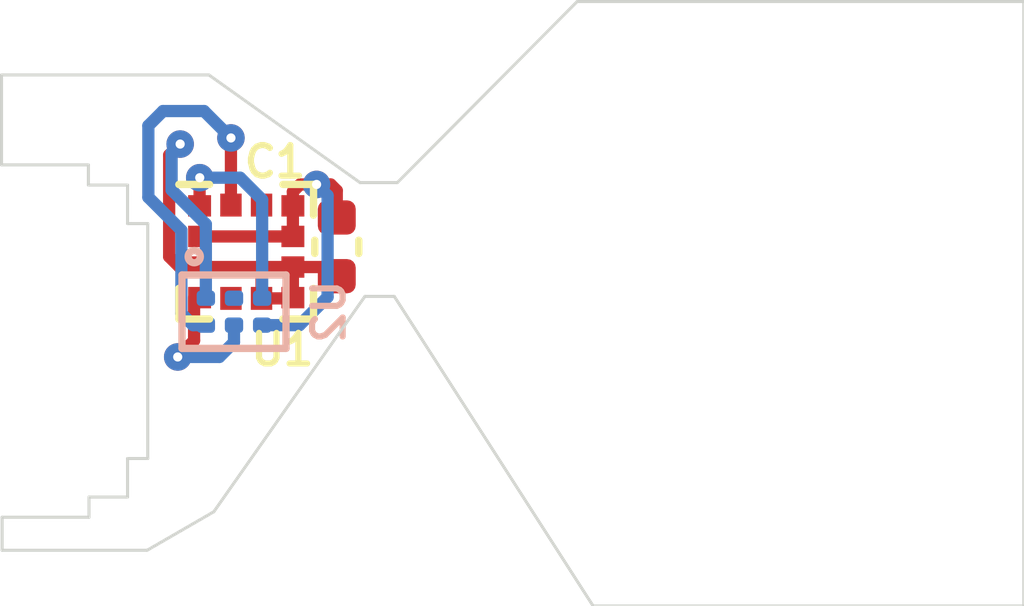
<source format=kicad_pcb>
(kicad_pcb (version 20171130) (host pcbnew "(5.1.10)-1")
  (title_block (title FLX-F020) (date 2021-09-11) (rev 10) (company "Systemic Games, LLC") (comment 1 "Flexible PCB, 0.13mm thickness"))
  (layers (0 F.Cu signal) (31 B.Cu signal) (34 B.Paste user hide) (35 F.Paste user hide) (36 B.SilkS user hide) (37 F.SilkS user) (38 B.Mask user hide) (39 F.Mask user hide) (44 Edge.Cuts user))
  (net 0 "")
  (net 1 GND)
  (net 2 VDD)
  (net 3 "Net-(U1-Pad12)")
  (net 4 "Net-(U1-Pad1)")
  (net 5 "Net-(U1-Pad4)")
  (module Pixels-dice:Mouse_Bites_3 (layer F.Cu) (at 166.57 102.85 90)
    (fp_text reference REF** hide)
    (fp_text value Mouse_Bites_3 hide)
    (pad "" np_thru_hole circle (at 0.6 0 90) (size 0.4 0.4) (drill 0.4) (layers *.Cu *.Mask))
    (pad "" np_thru_hole circle (at 0 0 90) (size 0.4 0.4) (drill 0.4) (layers *.Cu *.Mask))
    (pad "" np_thru_hole circle (at -0.6 0 90) (size 0.4 0.4) (drill 0.4) (layers *.Cu *.Mask))
  )
  (module Pixels-dice:WLP-6-Flipped (layer B.Cu) (at 164.19 104.03 270)
    (fp_text reference U2 (at 0 -1.55 90) (layer B.SilkS) (effects (font (size 0.5 0.5) (thickness 0.1)) (justify mirror)))
    (fp_text value MXC400xXC)
    (fp_circle (center -0.9 0.65) (end -0.8 0.65) (layer B.SilkS) (width 0.12))
    (fp_line (start 0.6 0.85) (end -0.6 0.85) (layer B.SilkS) (width 0.12))
    (fp_line (start 0.6 -0.85) (end 0.6 0.85) (layer B.SilkS) (width 0.12))
    (fp_line (start -0.6 -0.85) (end 0.6 -0.85) (layer B.SilkS) (width 0.12))
    (fp_line (start -0.6 0.85) (end -0.6 -0.85) (layer B.SilkS) (width 0.12))
    (pad 3 smd roundrect (at -0.22 0.46 270) (size 0.25 0.3) (layers B.Cu B.Paste B.Mask) (net 1 GND))
    (pad 2 smd roundrect (at -0.22 0 270) (size 0.25 0.3) (layers B.Cu B.Paste B.Mask))
    (pad 1 smd roundrect (at -0.22 -0.46 270) (size 0.25 0.3) (layers B.Cu B.Paste B.Mask) (net 4 "Net-(U1-Pad1)"))
    (pad 6 smd roundrect (at 0.22 -0.46 270) (size 0.25 0.3) (layers B.Cu B.Paste B.Mask) (net 2 VDD))
    (pad 5 smd roundrect (at 0.22 0 270) (size 0.25 0.3) (layers B.Cu B.Paste B.Mask) (net 5 "Net-(U1-Pad4)"))
    (pad 4 smd roundrect (at 0.22 0.46 270) (size 0.25 0.3) (layers B.Cu B.Paste B.Mask) (net 3 "Net-(U1-Pad12)"))
  )
  (module Pixels-dice:LGA-12_2x2mm_Pitch0.5mm (layer F.Cu) (at 164.39 103.05)
    (fp_text reference U1 (at 0.59 1.6) (layer F.SilkS) (effects (font (size 0.5 0.5) (thickness 0.1))))
    (fp_text value LIS2DW12)
    (fp_line (start -1.1 -1.1) (end -1.1 -1.1) (layer F.SilkS) (width 0.12))
    (fp_line (start -0.6 -1.1) (end -1.1 -1.1) (layer F.SilkS) (width 0.12))
    (fp_line (start -1.1 0.6) (end -1.1 0.6) (layer F.SilkS) (width 0.12))
    (fp_line (start -1.1 1.1) (end -1.1 0.6) (layer F.SilkS) (width 0.12))
    (fp_line (start -0.6 1.1) (end -1.1 1.1) (layer F.SilkS) (width 0.12))
    (fp_line (start 0.6 1.1) (end 0.6 1.1) (layer F.SilkS) (width 0.12))
    (fp_line (start 1.1 1.1) (end 0.6 1.1) (layer F.SilkS) (width 0.12))
    (fp_line (start 1.1 0.6) (end 1.1 1.1) (layer F.SilkS) (width 0.12))
    (fp_line (start 1.1 -0.6) (end 1.1 -0.6) (layer F.SilkS) (width 0.12))
    (fp_line (start 1.1 -1.1) (end 1.1 -0.6) (layer F.SilkS) (width 0.12))
    (fp_line (start 0.6 -1.1) (end 1.1 -1.1) (layer F.SilkS) (width 0.12))
    (pad 12 smd rect (at -0.25 -0.7625 90) (size 0.375 0.35) (layers F.Cu F.Paste F.Mask) (net 3 "Net-(U1-Pad12)") (clearance 0.1))
    (pad 11 smd rect (at 0.25 -0.7625 90) (size 0.375 0.35) (layers F.Cu F.Paste F.Mask) (clearance 0.1))
    (pad 6 smd rect (at 0.25 0.7625 90) (size 0.375 0.35) (layers F.Cu F.Paste F.Mask) (net 1 GND) (clearance 0.1))
    (pad 5 smd rect (at -0.25 0.7625 90) (size 0.375 0.35) (layers F.Cu F.Paste F.Mask) (clearance 0.1))
    (pad 10 smd rect (at 0.7625 -0.75) (size 0.375 0.35) (layers F.Cu F.Paste F.Mask) (net 2 VDD) (clearance 0.1))
    (pad 1 smd rect (at -0.7625 -0.75) (size 0.375 0.35) (layers F.Cu F.Paste F.Mask) (net 4 "Net-(U1-Pad1)") (clearance 0.1))
    (pad 7 smd rect (at 0.7625 0.75) (size 0.375 0.35) (layers F.Cu F.Paste F.Mask) (net 1 GND) (clearance 0.1))
    (pad 4 smd rect (at -0.7625 0.75) (size 0.375 0.35) (layers F.Cu F.Paste F.Mask) (net 5 "Net-(U1-Pad4)") (clearance 0.1))
    (pad 8 smd rect (at 0.7625 0.25) (size 0.375 0.35) (layers F.Cu F.Paste F.Mask) (net 1 GND) (clearance 0.1))
    (pad 9 smd rect (at 0.7625 -0.25) (size 0.375 0.35) (layers F.Cu F.Paste F.Mask) (net 2 VDD) (clearance 0.1))
    (pad 3 smd rect (at -0.7625 0.25) (size 0.375 0.35) (layers F.Cu F.Paste F.Mask) (net 1 GND) (clearance 0.1))
    (pad 2 smd rect (at -0.7625 -0.25) (size 0.375 0.35) (layers F.Cu F.Paste F.Mask) (net 2 VDD) (clearance 0.1))
  )
  (module Capacitor_SMD:C_0402_1005Metric (layer F.Cu) (at 165.87 102.97 270)
    (fp_text reference C1 (at -1.39 1.01 180) (layer F.SilkS) (effects (font (size 0.5 0.5) (thickness 0.1))))
    (fp_text value "0.1uF 10V")
    (fp_line (start -0.107836 0.36) (end 0.107836 0.36) (layer F.SilkS) (width 0.12))
    (fp_line (start -0.107836 -0.36) (end 0.107836 -0.36) (layer F.SilkS) (width 0.12))
    (pad 2 smd roundrect (at 0.48 0 270) (size 0.56 0.62) (layers F.Cu F.Paste F.Mask) (net 1 GND))
    (pad 1 smd roundrect (at -0.48 0 270) (size 0.56 0.62) (layers F.Cu F.Paste F.Mask) (net 2 VDD))
  )
  (gr_line (start 166.33 103.78) (end 166.81 103.78) (layer Edge.Cuts) (width 0.05))
  (gr_line (start 166.25 101.92) (end 166.86 101.92) (layer Edge.Cuts) (width 0.05))
  (gr_line (start 170.06 108.84) (end 166.81 103.78) (layer Edge.Cuts) (width 0.05))
  (gr_line (start 177.1 108.84) (end 170.06 108.84) (layer Edge.Cuts) (width 0.05))
  (gr_line (start 177.1 98.96) (end 177.1 108.84) (layer Edge.Cuts) (width 0.05))
  (gr_line (start 169.8 98.96) (end 177.1 98.96) (layer Edge.Cuts) (width 0.05))
  (gr_line (start 166.86 101.92) (end 169.8 98.96) (layer Edge.Cuts) (width 0.05))
  (gr_line (start 162.45 107.06) (end 162.45 106.43) (layer Edge.Cuts) (width 0.05))
  (gr_line (start 161.82 107.06) (end 162.45 107.06) (layer Edge.Cuts) (width 0.05))
  (gr_line (start 162.45 101.96) (end 162.45 102.59) (layer Edge.Cuts) (width 0.05))
  (gr_line (start 161.81 101.96) (end 162.45 101.96) (layer Edge.Cuts) (width 0.05))
  (gr_line (start 162.45 106.43) (end 162.78 106.43) (layer Edge.Cuts) (width 0.05))
  (gr_line (start 161.82 107.06) (end 161.82 107.39) (layer Edge.Cuts) (width 0.05))
  (gr_line (start 162.45 102.59) (end 162.78 102.59) (layer Edge.Cuts) (width 0.05))
  (gr_line (start 161.81 101.96) (end 161.81 101.63) (layer Edge.Cuts) (width 0.05))
  (gr_line (start 160.39 100.16) (end 160.39 101.63) (layer Edge.Cuts) (width 0.05))
  (gr_line (start 163.78 100.16) (end 160.39 100.16) (layer Edge.Cuts) (width 0.05))
  (gr_line (start 166.25 101.92) (end 163.78 100.16) (layer Edge.Cuts) (width 0.05))
  (gr_line (start 163.86 107.3) (end 166.33 103.78) (layer Edge.Cuts) (width 0.05))
  (gr_line (start 162.77 107.93) (end 163.86 107.3) (layer Edge.Cuts) (width 0.05))
  (gr_line (start 160.4 107.93) (end 162.77 107.93) (layer Edge.Cuts) (width 0.05))
  (gr_line (start 160.4 107.39) (end 160.4 107.93) (layer Edge.Cuts) (width 0.05))
  (gr_line (start 161.82 107.39) (end 160.4 107.39) (layer Edge.Cuts) (width 0.05))
  (gr_line (start 162.78 102.59) (end 162.78 106.43) (layer Edge.Cuts) (width 0.05))
  (gr_line (start 160.39 101.63) (end 161.81 101.63) (layer Edge.Cuts) (width 0.05))
  (segment (start 164.64 103.35) (end 164.69 103.3) (width 0.2) (layer F.Cu) (net 1))
  (segment (start 164.64 103.8125) (end 164.64 103.35) (width 0.2) (layer F.Cu) (net 1))
  (segment (start 164.69 103.3) (end 165.1525 103.3) (width 0.2) (layer F.Cu) (net 1))
  (segment (start 163.6275 103.3) (end 164.69 103.3) (width 0.2) (layer F.Cu) (net 1))
  (segment (start 165.1525 103.3) (end 165.1525 103.8) (width 0.2) (layer F.Cu) (net 1))
  (segment (start 165.14 103.8125) (end 165.1525 103.8) (width 0.2) (layer F.Cu) (net 1))
  (segment (start 164.64 103.8125) (end 165.14 103.8125) (width 0.2) (layer F.Cu) (net 1))
  (segment (start 165.72 103.3) (end 165.87 103.45) (width 0.2) (layer F.Cu) (net 1))
  (segment (start 165.1525 103.3) (end 165.72 103.3) (width 0.2) (layer F.Cu) (net 1))
  (segment (start 163.73 103.46) (end 163.73 103.81) (width 0.2) (layer B.Cu) (net 1))
  (segment (start 163.73 103.46) (end 163.73 102.6) (width 0.2) (layer B.Cu) (net 1))
  (segment (start 163.73 102.6) (end 163.17 102.04) (width 0.2) (layer B.Cu) (net 1))
  (segment (start 163.17 102.04) (end 163.17 101.5) (width 0.2) (layer B.Cu) (net 1))
  (via (at 163.31 101.29) (size 0.45) (drill 0.15) (layers F.Cu B.Cu) (net 1))
  (segment (start 163.17 101.43) (end 163.31 101.29) (width 0.2) (layer B.Cu) (net 1))
  (segment (start 163.17 101.5) (end 163.17 101.43) (width 0.2) (layer B.Cu) (net 1))
  (segment (start 163.31 101.29) (end 163.13 101.47) (width 0.2) (layer F.Cu) (net 1))
  (segment (start 163.13 101.47) (end 163.13 103.13) (width 0.2) (layer F.Cu) (net 1))
  (segment (start 163.3 103.3) (end 163.6275 103.3) (width 0.2) (layer F.Cu) (net 1))
  (segment (start 163.13 103.13) (end 163.3 103.3) (width 0.2) (layer F.Cu) (net 1))
  (segment (start 163.6275 102.8) (end 165.1525 102.8) (width 0.2) (layer F.Cu) (net 2))
  (segment (start 165.1525 102.3) (end 165.1525 102.8) (width 0.2) (layer F.Cu) (net 2))
  (via (at 165.54 101.95) (size 0.45) (drill 0.15) (layers F.Cu B.Cu) (net 2))
  (segment (start 165.54 101.95) (end 165.27 101.95) (width 0.2) (layer F.Cu) (net 2))
  (segment (start 165.1525 102.0675) (end 165.1525 102.3) (width 0.2) (layer F.Cu) (net 2))
  (segment (start 165.27 101.95) (end 165.1525 102.0675) (width 0.2) (layer F.Cu) (net 2))
  (segment (start 165.87 102.49) (end 165.87 102.05) (width 0.2) (layer F.Cu) (net 2))
  (segment (start 165.77 101.95) (end 165.54 101.95) (width 0.2) (layer F.Cu) (net 2))
  (segment (start 165.87 102.05) (end 165.77 101.95) (width 0.2) (layer F.Cu) (net 2))
  (segment (start 165.72 102.13) (end 165.54 101.95) (width 0.2) (layer B.Cu) (net 2))
  (segment (start 165.72 103.79) (end 165.72 102.13) (width 0.2) (layer B.Cu) (net 2))
  (segment (start 165.26 104.25) (end 165.72 103.79) (width 0.2) (layer B.Cu) (net 2))
  (segment (start 164.65 104.25) (end 165.26 104.25) (width 0.2) (layer B.Cu) (net 2))
  (via (at 164.14 101.19) (size 0.45) (drill 0.15) (layers F.Cu B.Cu) (net 3))
  (segment (start 164.14 102.2875) (end 164.14 101.19) (width 0.2) (layer F.Cu) (net 3))
  (segment (start 163.73 104.25) (end 163.52 104.25) (width 0.2) (layer B.Cu) (net 3))
  (segment (start 163.52 104.25) (end 163.33 104.06) (width 0.2) (layer B.Cu) (net 3))
  (segment (start 163.33 104.06) (end 163.33 102.7) (width 0.2) (layer B.Cu) (net 3))
  (segment (start 163.33 102.7) (end 162.79 102.16) (width 0.2) (layer B.Cu) (net 3))
  (segment (start 162.79 102.16) (end 162.79 100.99) (width 0.2) (layer B.Cu) (net 3))
  (segment (start 162.79 100.99) (end 163.03 100.75) (width 0.2) (layer B.Cu) (net 3))
  (segment (start 163.7 100.75) (end 164.14 101.19) (width 0.2) (layer B.Cu) (net 3))
  (segment (start 163.03 100.75) (end 163.7 100.75) (width 0.2) (layer B.Cu) (net 3))
  (via (at 163.63 101.84) (size 0.45) (drill 0.15) (layers F.Cu B.Cu) (net 4))
  (segment (start 163.6275 101.8425) (end 163.63 101.84) (width 0.2) (layer F.Cu) (net 4))
  (segment (start 163.6275 102.3) (end 163.6275 101.8425) (width 0.2) (layer F.Cu) (net 4))
  (segment (start 163.63 101.84) (end 164.29 101.84) (width 0.2) (layer B.Cu) (net 4))
  (segment (start 164.65 102.2) (end 164.65 103.81) (width 0.2) (layer B.Cu) (net 4))
  (segment (start 164.29 101.84) (end 164.65 102.2) (width 0.2) (layer B.Cu) (net 4))
  (segment (start 164.19 104.25) (end 164.19 104.53) (width 0.2) (layer B.Cu) (net 5))
  (via (at 163.27 104.77) (size 0.45) (drill 0.15) (layers F.Cu B.Cu) (net 5))
  (segment (start 163.95 104.77) (end 163.27 104.77) (width 0.2) (layer B.Cu) (net 5))
  (segment (start 164.19 104.53) (end 163.95 104.77) (width 0.2) (layer B.Cu) (net 5))
  (segment (start 163.5375 104.5025) (end 163.5375 103.8) (width 0.2) (layer F.Cu) (net 5))
  (segment (start 163.27 104.77) (end 163.5375 104.5025) (width 0.2) (layer F.Cu) (net 5))
)
</source>
